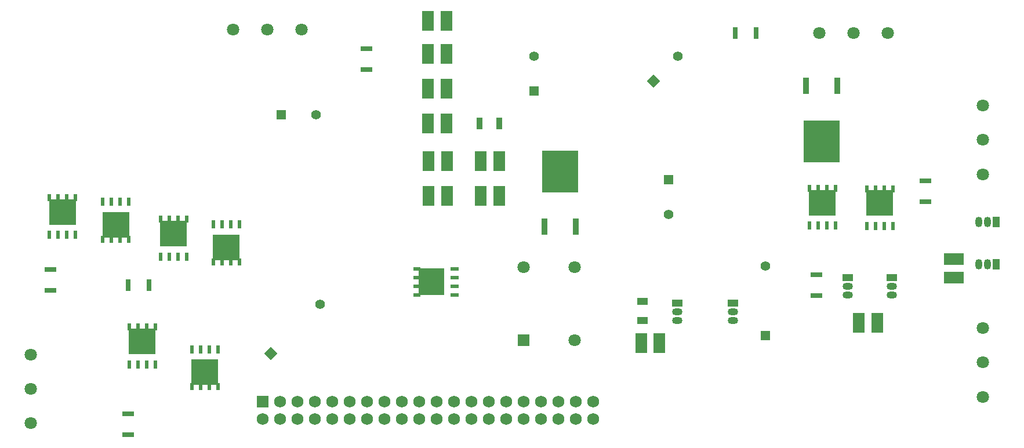
<source format=gbr>
%TF.GenerationSoftware,KiCad,Pcbnew,(6.0.10)*%
%TF.CreationDate,2024-01-08T08:39:50-08:00*%
%TF.ProjectId,windchargecontroller,77696e64-6368-4617-9267-65636f6e7472,rev?*%
%TF.SameCoordinates,Original*%
%TF.FileFunction,Soldermask,Top*%
%TF.FilePolarity,Negative*%
%FSLAX46Y46*%
G04 Gerber Fmt 4.6, Leading zero omitted, Abs format (unit mm)*
G04 Created by KiCad (PCBNEW (6.0.10)) date 2024-01-08 08:39:50*
%MOMM*%
%LPD*%
G01*
G04 APERTURE LIST*
G04 Aperture macros list*
%AMRoundRect*
0 Rectangle with rounded corners*
0 $1 Rounding radius*
0 $2 $3 $4 $5 $6 $7 $8 $9 X,Y pos of 4 corners*
0 Add a 4 corners polygon primitive as box body*
4,1,4,$2,$3,$4,$5,$6,$7,$8,$9,$2,$3,0*
0 Add four circle primitives for the rounded corners*
1,1,$1+$1,$2,$3*
1,1,$1+$1,$4,$5*
1,1,$1+$1,$6,$7*
1,1,$1+$1,$8,$9*
0 Add four rect primitives between the rounded corners*
20,1,$1+$1,$2,$3,$4,$5,0*
20,1,$1+$1,$4,$5,$6,$7,0*
20,1,$1+$1,$6,$7,$8,$9,0*
20,1,$1+$1,$8,$9,$2,$3,0*%
%AMRotRect*
0 Rectangle, with rotation*
0 The origin of the aperture is its center*
0 $1 length*
0 $2 width*
0 $3 Rotation angle, in degrees counterclockwise*
0 Add horizontal line*
21,1,$1,$2,0,0,$3*%
G04 Aperture macros list end*
%ADD10R,1.422400X1.422400*%
%ADD11C,1.422400*%
%ADD12RoundRect,0.102000X-0.765000X-1.360000X0.765000X-1.360000X0.765000X1.360000X-0.765000X1.360000X0*%
%ADD13R,1.050000X1.500000*%
%ADD14O,1.050000X1.500000*%
%ADD15R,0.914400X2.413000*%
%ADD16R,5.359400X6.070600*%
%ADD17R,0.610000X1.270000*%
%ADD18R,0.610000X1.020000*%
%ADD19R,3.910000X3.810000*%
%ADD20C,1.803400*%
%ADD21RoundRect,0.102000X0.765000X1.360000X-0.765000X1.360000X-0.765000X-1.360000X0.765000X-1.360000X0*%
%ADD22R,1.500000X1.050000*%
%ADD23O,1.500000X1.050000*%
%ADD24RoundRect,0.102000X1.360000X-0.765000X1.360000X0.765000X-1.360000X0.765000X-1.360000X-0.765000X0*%
%ADD25R,0.703200X1.700000*%
%ADD26RotRect,1.397000X1.397000X45.000000*%
%ADD27C,1.397000*%
%ADD28R,1.700000X0.703200*%
%ADD29RotRect,1.422400X1.422400X45.000000*%
%ADD30R,1.397000X1.397000*%
%ADD31RoundRect,0.102000X0.765000X0.765000X-0.765000X0.765000X-0.765000X-0.765000X0.765000X-0.765000X0*%
%ADD32C,1.734000*%
%ADD33R,1.599997X1.105598*%
%ADD34R,1.270000X0.610000*%
%ADD35R,3.810000X3.910000*%
%ADD36R,1.020000X0.610000*%
%ADD37R,1.803400X1.803400*%
%ADD38R,0.853200X1.750000*%
G04 APERTURE END LIST*
D10*
%TO.C,C14*%
X153670000Y-48082200D03*
D11*
X153670000Y-43002200D03*
%TD*%
D12*
%TO.C,C8*%
X138186400Y-52777200D03*
X140868400Y-52777200D03*
%TD*%
D13*
%TO.C,Q13*%
X221132400Y-67153200D03*
D14*
X219862400Y-67153200D03*
X218592400Y-67153200D03*
%TD*%
D10*
%TO.C,C1*%
X116713000Y-51562000D03*
D11*
X121793000Y-51562000D03*
%TD*%
D12*
%TO.C,C7*%
X138186400Y-47697200D03*
X140868400Y-47697200D03*
%TD*%
D15*
%TO.C,D1*%
X155143200Y-67894200D03*
D16*
X157429200Y-59842400D03*
D15*
X159715200Y-67894200D03*
%TD*%
D12*
%TO.C,C4*%
X138237200Y-63347600D03*
X140919200Y-63347600D03*
%TD*%
D17*
%TO.C,Q3*%
X82880200Y-69095200D03*
X84150200Y-69095200D03*
X85420200Y-69095200D03*
X86690200Y-69095200D03*
D18*
X84150200Y-63630200D03*
X82880200Y-63630200D03*
D19*
X84785200Y-65735200D03*
D18*
X86690200Y-63630200D03*
X85420200Y-63630200D03*
%TD*%
D20*
%TO.C,J4*%
X219201999Y-50206899D03*
X219201999Y-55206899D03*
X219201999Y-60206899D03*
%TD*%
D21*
%TO.C,C11*%
X203757200Y-81888000D03*
X201075200Y-81888000D03*
%TD*%
D15*
%TO.C,D2*%
X197967600Y-47332900D03*
D16*
X195681600Y-55384700D03*
D15*
X193395600Y-47332900D03*
%TD*%
D22*
%TO.C,Q7*%
X182727600Y-79044800D03*
D23*
X182727600Y-80314800D03*
X182727600Y-81584800D03*
%TD*%
D24*
%TO.C,C12*%
X214985600Y-75285600D03*
X214985600Y-72603600D03*
%TD*%
D22*
%TO.C,Q10*%
X205901200Y-75298613D03*
D23*
X205901200Y-76568613D03*
X205901200Y-77838613D03*
%TD*%
D17*
%TO.C,Q4*%
X107467400Y-85794000D03*
X106197400Y-85794000D03*
X104927400Y-85794000D03*
X103657400Y-85794000D03*
D19*
X105562400Y-89154000D03*
D18*
X106197400Y-91259000D03*
X103657400Y-91259000D03*
X104927400Y-91259000D03*
X107467400Y-91259000D03*
%TD*%
D20*
%TO.C,J2*%
X119719101Y-39115999D03*
X114719101Y-39115999D03*
X109719101Y-39115999D03*
%TD*%
D13*
%TO.C,Q12*%
X221132400Y-73355200D03*
D14*
X219862400Y-73355200D03*
X218592400Y-73355200D03*
%TD*%
D25*
%TO.C,R7*%
X183029800Y-39624000D03*
X186083000Y-39624000D03*
%TD*%
D12*
%TO.C,C6*%
X138186400Y-42617200D03*
X140868400Y-42617200D03*
%TD*%
%TO.C,C9*%
X145877400Y-58267600D03*
X148559400Y-58267600D03*
%TD*%
D22*
%TO.C,Q8*%
X174599600Y-79044800D03*
D23*
X174599600Y-80314800D03*
X174599600Y-81584800D03*
%TD*%
D22*
%TO.C,Q11*%
X199445200Y-75284000D03*
D23*
X199445200Y-76554000D03*
X199445200Y-77824000D03*
%TD*%
D20*
%TO.C,J6*%
X205317101Y-39623999D03*
X200317101Y-39623999D03*
X195317101Y-39623999D03*
%TD*%
D17*
%TO.C,Q5*%
X110617000Y-67531400D03*
X109347000Y-67531400D03*
X108077000Y-67531400D03*
X106807000Y-67531400D03*
D18*
X106807000Y-72996400D03*
X108077000Y-72996400D03*
X110617000Y-72996400D03*
X109347000Y-72996400D03*
D19*
X108712000Y-70891400D03*
%TD*%
D26*
%TO.C,Jumper2*%
X115229098Y-86370703D03*
D27*
X122413303Y-79186498D03*
%TD*%
D20*
%TO.C,J1*%
X80137001Y-96605101D03*
X80137001Y-91605101D03*
X80137001Y-86605101D03*
%TD*%
D10*
%TO.C,C13*%
X173278800Y-61036200D03*
D11*
X173278800Y-66116200D03*
%TD*%
D28*
%TO.C,R4*%
X129159000Y-41907400D03*
X129159000Y-44960600D03*
%TD*%
D29*
%TO.C,C15*%
X171094400Y-46583600D03*
D11*
X174686502Y-42991498D03*
%TD*%
D25*
%TO.C,R2*%
X94355800Y-76454000D03*
X97409000Y-76454000D03*
%TD*%
D20*
%TO.C,J3*%
X219201999Y-82718899D03*
X219201999Y-87718899D03*
X219201999Y-92718899D03*
%TD*%
D30*
%TO.C,Jumper1*%
X187401200Y-83820000D03*
D27*
X187401200Y-73660000D03*
%TD*%
D31*
%TO.C,J5*%
X114046000Y-93472000D03*
D32*
X114046000Y-96012000D03*
X116586000Y-93472000D03*
X116586000Y-96012000D03*
X119126000Y-93472000D03*
X119126000Y-96012000D03*
X121666000Y-93472000D03*
X121666000Y-96012000D03*
X124206000Y-93472000D03*
X124206000Y-96012000D03*
X126746000Y-93472000D03*
X126746000Y-96012000D03*
X129286000Y-93472000D03*
X129286000Y-96012000D03*
X131826000Y-93472000D03*
X131826000Y-96012000D03*
X134366000Y-93472000D03*
X134366000Y-96012000D03*
X136906000Y-93472000D03*
X136906000Y-96012000D03*
X139446000Y-93472000D03*
X139446000Y-96012000D03*
X141986000Y-93472000D03*
X141986000Y-96012000D03*
X144526000Y-93472000D03*
X144526000Y-96012000D03*
X147066000Y-93472000D03*
X147066000Y-96012000D03*
X149606000Y-93472000D03*
X149606000Y-96012000D03*
X152146000Y-93472000D03*
X152146000Y-96012000D03*
X154686000Y-93472000D03*
X154686000Y-96012000D03*
X157226000Y-93472000D03*
X157226000Y-96012000D03*
X159766000Y-93472000D03*
X159766000Y-96012000D03*
X162306000Y-93472000D03*
X162306000Y-96012000D03*
%TD*%
D28*
%TO.C,R1*%
X94361000Y-98300600D03*
X94361000Y-95247400D03*
%TD*%
%TO.C,R8*%
X194919600Y-74927400D03*
X194919600Y-77980600D03*
%TD*%
D17*
%TO.C,Q6*%
X94488000Y-64267500D03*
X93218000Y-64267500D03*
X91948000Y-64267500D03*
X90678000Y-64267500D03*
D18*
X94488000Y-69732500D03*
X90678000Y-69732500D03*
X91948000Y-69732500D03*
X93218000Y-69732500D03*
D19*
X92583000Y-67627500D03*
%TD*%
D28*
%TO.C,R3*%
X83058000Y-77218600D03*
X83058000Y-74165400D03*
%TD*%
D12*
%TO.C,C3*%
X138237200Y-58267600D03*
X140919200Y-58267600D03*
%TD*%
D33*
%TO.C,R5*%
X169473200Y-78810402D03*
X169473200Y-81615998D03*
%TD*%
D21*
%TO.C,C2*%
X171978200Y-84886800D03*
X169296200Y-84886800D03*
%TD*%
D17*
%TO.C,Q2*%
X99110800Y-72244800D03*
X100380800Y-72244800D03*
X101650800Y-72244800D03*
X102920800Y-72244800D03*
D18*
X99110800Y-66779800D03*
X101650800Y-66779800D03*
X100380800Y-66779800D03*
X102920800Y-66779800D03*
D19*
X101015800Y-68884800D03*
%TD*%
D34*
%TO.C,Q9*%
X142044000Y-77851000D03*
X142044000Y-76581000D03*
X142044000Y-75311000D03*
X142044000Y-74041000D03*
D35*
X138684000Y-75946000D03*
D36*
X136579000Y-74041000D03*
X136579000Y-75311000D03*
X136579000Y-76581000D03*
X136579000Y-77851000D03*
%TD*%
D37*
%TO.C,FL1*%
X152104400Y-84496401D03*
D20*
X159604400Y-84496401D03*
X159604400Y-73796400D03*
X152104400Y-73796400D03*
%TD*%
D12*
%TO.C,C10*%
X145877400Y-63347600D03*
X148559400Y-63347600D03*
%TD*%
%TO.C,C5*%
X138186400Y-37795200D03*
X140868400Y-37795200D03*
%TD*%
D17*
%TO.C,Q14*%
X193827400Y-67723600D03*
X195097400Y-67723600D03*
X196367400Y-67723600D03*
X197637400Y-67723600D03*
D18*
X196367400Y-62258600D03*
X195097400Y-62258600D03*
X197637400Y-62258600D03*
X193827400Y-62258600D03*
D19*
X195732400Y-64363600D03*
%TD*%
D17*
%TO.C,Q1*%
X94538800Y-87992800D03*
X95808800Y-87992800D03*
X97078800Y-87992800D03*
X98348800Y-87992800D03*
D18*
X95808800Y-82527800D03*
X98348800Y-82527800D03*
X94538800Y-82527800D03*
D19*
X96443800Y-84632800D03*
D18*
X97078800Y-82527800D03*
%TD*%
D17*
%TO.C,Q15*%
X202209400Y-67795600D03*
X203479400Y-67795600D03*
X204749400Y-67795600D03*
X206019400Y-67795600D03*
D18*
X204749400Y-62330600D03*
X206019400Y-62330600D03*
D19*
X204114400Y-64435600D03*
D18*
X203479400Y-62330600D03*
X202209400Y-62330600D03*
%TD*%
D28*
%TO.C,R9*%
X210820000Y-64264600D03*
X210820000Y-61211400D03*
%TD*%
D38*
%TO.C,R6*%
X148543400Y-52781200D03*
X145690200Y-52781200D03*
%TD*%
M02*

</source>
